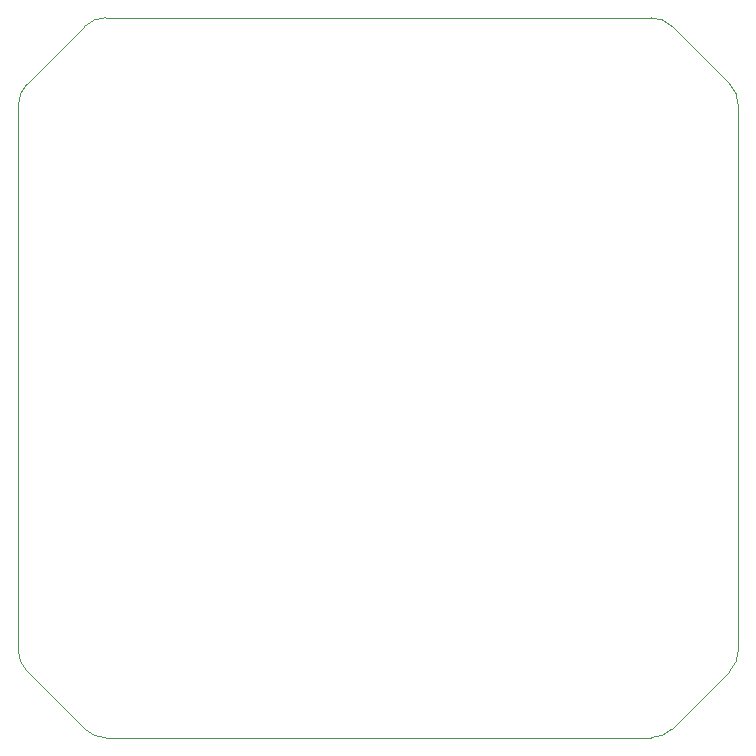
<source format=gbr>
%TF.GenerationSoftware,KiCad,Pcbnew,(6.0.10)*%
%TF.CreationDate,2023-01-23T12:48:01+01:00*%
%TF.ProjectId,BMS12v3,424d5331-3276-4332-9e6b-696361645f70,rev?*%
%TF.SameCoordinates,Original*%
%TF.FileFunction,Profile,NP*%
%FSLAX46Y46*%
G04 Gerber Fmt 4.6, Leading zero omitted, Abs format (unit mm)*
G04 Created by KiCad (PCBNEW (6.0.10)) date 2023-01-23 12:48:01*
%MOMM*%
%LPD*%
G01*
G04 APERTURE LIST*
%TA.AperFunction,Profile*%
%ADD10C,0.050000*%
%TD*%
G04 APERTURE END LIST*
D10*
X178237200Y-80129700D02*
X173375000Y-75267500D01*
X118765000Y-129877500D02*
X123627200Y-134739700D01*
X118021100Y-81925700D02*
X118021100Y-128081500D01*
X118764998Y-80129698D02*
G75*
G03*
X118021099Y-81925699I1796102J-1796002D01*
G01*
X125423200Y-135483600D02*
X171579000Y-135483600D01*
X173375001Y-75267499D02*
G75*
G03*
X171579000Y-74523600I-1796001J-1796101D01*
G01*
X125423200Y-74523602D02*
G75*
G03*
X123627200Y-75267500I0J-2539998D01*
G01*
X173375000Y-134739700D02*
X178237200Y-129877500D01*
X178981098Y-81925700D02*
G75*
G03*
X178237200Y-80129700I-2539998J0D01*
G01*
X171579000Y-74523600D02*
X125423200Y-74523600D01*
X178237201Y-129877501D02*
G75*
G03*
X178981100Y-128081500I-1796101J1796001D01*
G01*
X123627200Y-75267500D02*
X118765000Y-80129700D01*
X171579000Y-135483598D02*
G75*
G03*
X173374999Y-134739700I0J2539998D01*
G01*
X123627199Y-134739701D02*
G75*
G03*
X125423199Y-135483600I1796001J1796101D01*
G01*
X118021102Y-128081500D02*
G75*
G03*
X118764999Y-129877499I2539998J0D01*
G01*
X178981100Y-128081500D02*
X178981100Y-81925700D01*
M02*

</source>
